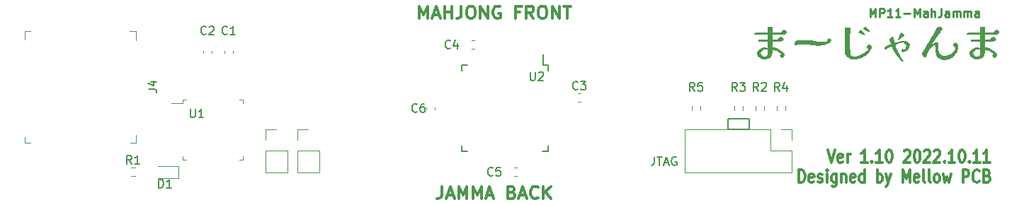
<source format=gbr>
G04 #@! TF.GenerationSoftware,KiCad,Pcbnew,(6.0.6-0)*
G04 #@! TF.CreationDate,2022-10-11T13:41:26+09:00*
G04 #@! TF.ProjectId,MahJamma,4d61684a-616d-46d6-912e-6b696361645f,rev?*
G04 #@! TF.SameCoordinates,Original*
G04 #@! TF.FileFunction,Legend,Top*
G04 #@! TF.FilePolarity,Positive*
%FSLAX46Y46*%
G04 Gerber Fmt 4.6, Leading zero omitted, Abs format (unit mm)*
G04 Created by KiCad (PCBNEW (6.0.6-0)) date 2022-10-11 13:41:26*
%MOMM*%
%LPD*%
G01*
G04 APERTURE LIST*
%ADD10C,0.200000*%
%ADD11C,0.250000*%
%ADD12C,0.300000*%
%ADD13C,0.150000*%
%ADD14C,0.120000*%
%ADD15C,0.100000*%
G04 APERTURE END LIST*
D10*
X179070000Y-71120000D02*
X181610000Y-71120000D01*
X181610000Y-71120000D02*
X181610000Y-72390000D01*
X181610000Y-72390000D02*
X179070000Y-72390000D01*
X179070000Y-72390000D02*
X179070000Y-71120000D01*
D11*
X196065000Y-58872380D02*
X196065000Y-57872380D01*
X196398333Y-58586666D01*
X196731666Y-57872380D01*
X196731666Y-58872380D01*
X197207857Y-58872380D02*
X197207857Y-57872380D01*
X197588809Y-57872380D01*
X197684047Y-57920000D01*
X197731666Y-57967619D01*
X197779285Y-58062857D01*
X197779285Y-58205714D01*
X197731666Y-58300952D01*
X197684047Y-58348571D01*
X197588809Y-58396190D01*
X197207857Y-58396190D01*
X198731666Y-58872380D02*
X198160238Y-58872380D01*
X198445952Y-58872380D02*
X198445952Y-57872380D01*
X198350714Y-58015238D01*
X198255476Y-58110476D01*
X198160238Y-58158095D01*
X199684047Y-58872380D02*
X199112619Y-58872380D01*
X199398333Y-58872380D02*
X199398333Y-57872380D01*
X199303095Y-58015238D01*
X199207857Y-58110476D01*
X199112619Y-58158095D01*
X200112619Y-58491428D02*
X200874523Y-58491428D01*
X201350714Y-58872380D02*
X201350714Y-57872380D01*
X201684047Y-58586666D01*
X202017380Y-57872380D01*
X202017380Y-58872380D01*
X202922142Y-58872380D02*
X202922142Y-58348571D01*
X202874523Y-58253333D01*
X202779285Y-58205714D01*
X202588809Y-58205714D01*
X202493571Y-58253333D01*
X202922142Y-58824761D02*
X202826904Y-58872380D01*
X202588809Y-58872380D01*
X202493571Y-58824761D01*
X202445952Y-58729523D01*
X202445952Y-58634285D01*
X202493571Y-58539047D01*
X202588809Y-58491428D01*
X202826904Y-58491428D01*
X202922142Y-58443809D01*
X203398333Y-58872380D02*
X203398333Y-57872380D01*
X203826904Y-58872380D02*
X203826904Y-58348571D01*
X203779285Y-58253333D01*
X203684047Y-58205714D01*
X203541190Y-58205714D01*
X203445952Y-58253333D01*
X203398333Y-58300952D01*
X204588809Y-57872380D02*
X204588809Y-58586666D01*
X204541190Y-58729523D01*
X204445952Y-58824761D01*
X204303095Y-58872380D01*
X204207857Y-58872380D01*
X205493571Y-58872380D02*
X205493571Y-58348571D01*
X205445952Y-58253333D01*
X205350714Y-58205714D01*
X205160238Y-58205714D01*
X205065000Y-58253333D01*
X205493571Y-58824761D02*
X205398333Y-58872380D01*
X205160238Y-58872380D01*
X205065000Y-58824761D01*
X205017380Y-58729523D01*
X205017380Y-58634285D01*
X205065000Y-58539047D01*
X205160238Y-58491428D01*
X205398333Y-58491428D01*
X205493571Y-58443809D01*
X205969761Y-58872380D02*
X205969761Y-58205714D01*
X205969761Y-58300952D02*
X206017380Y-58253333D01*
X206112619Y-58205714D01*
X206255476Y-58205714D01*
X206350714Y-58253333D01*
X206398333Y-58348571D01*
X206398333Y-58872380D01*
X206398333Y-58348571D02*
X206445952Y-58253333D01*
X206541190Y-58205714D01*
X206684047Y-58205714D01*
X206779285Y-58253333D01*
X206826904Y-58348571D01*
X206826904Y-58872380D01*
X207303095Y-58872380D02*
X207303095Y-58205714D01*
X207303095Y-58300952D02*
X207350714Y-58253333D01*
X207445952Y-58205714D01*
X207588809Y-58205714D01*
X207684047Y-58253333D01*
X207731666Y-58348571D01*
X207731666Y-58872380D01*
X207731666Y-58348571D02*
X207779285Y-58253333D01*
X207874523Y-58205714D01*
X208017380Y-58205714D01*
X208112619Y-58253333D01*
X208160238Y-58348571D01*
X208160238Y-58872380D01*
X209065000Y-58872380D02*
X209065000Y-58348571D01*
X209017380Y-58253333D01*
X208922142Y-58205714D01*
X208731666Y-58205714D01*
X208636428Y-58253333D01*
X209065000Y-58824761D02*
X208969761Y-58872380D01*
X208731666Y-58872380D01*
X208636428Y-58824761D01*
X208588809Y-58729523D01*
X208588809Y-58634285D01*
X208636428Y-58539047D01*
X208731666Y-58491428D01*
X208969761Y-58491428D01*
X209065000Y-58443809D01*
D12*
X144880000Y-79188571D02*
X144880000Y-80260000D01*
X144808571Y-80474285D01*
X144665714Y-80617142D01*
X144451428Y-80688571D01*
X144308571Y-80688571D01*
X145522857Y-80260000D02*
X146237142Y-80260000D01*
X145380000Y-80688571D02*
X145880000Y-79188571D01*
X146380000Y-80688571D01*
X146880000Y-80688571D02*
X146880000Y-79188571D01*
X147380000Y-80260000D01*
X147880000Y-79188571D01*
X147880000Y-80688571D01*
X148594285Y-80688571D02*
X148594285Y-79188571D01*
X149094285Y-80260000D01*
X149594285Y-79188571D01*
X149594285Y-80688571D01*
X150237142Y-80260000D02*
X150951428Y-80260000D01*
X150094285Y-80688571D02*
X150594285Y-79188571D01*
X151094285Y-80688571D01*
X153237142Y-79902857D02*
X153451428Y-79974285D01*
X153522857Y-80045714D01*
X153594285Y-80188571D01*
X153594285Y-80402857D01*
X153522857Y-80545714D01*
X153451428Y-80617142D01*
X153308571Y-80688571D01*
X152737142Y-80688571D01*
X152737142Y-79188571D01*
X153237142Y-79188571D01*
X153380000Y-79260000D01*
X153451428Y-79331428D01*
X153522857Y-79474285D01*
X153522857Y-79617142D01*
X153451428Y-79760000D01*
X153380000Y-79831428D01*
X153237142Y-79902857D01*
X152737142Y-79902857D01*
X154165714Y-80260000D02*
X154880000Y-80260000D01*
X154022857Y-80688571D02*
X154522857Y-79188571D01*
X155022857Y-80688571D01*
X156380000Y-80545714D02*
X156308571Y-80617142D01*
X156094285Y-80688571D01*
X155951428Y-80688571D01*
X155737142Y-80617142D01*
X155594285Y-80474285D01*
X155522857Y-80331428D01*
X155451428Y-80045714D01*
X155451428Y-79831428D01*
X155522857Y-79545714D01*
X155594285Y-79402857D01*
X155737142Y-79260000D01*
X155951428Y-79188571D01*
X156094285Y-79188571D01*
X156308571Y-79260000D01*
X156380000Y-79331428D01*
X157022857Y-80688571D02*
X157022857Y-79188571D01*
X157880000Y-80688571D02*
X157237142Y-79831428D01*
X157880000Y-79188571D02*
X157022857Y-80045714D01*
X191041666Y-74806071D02*
X191458333Y-76306071D01*
X191875000Y-74806071D01*
X192767857Y-76234642D02*
X192648809Y-76306071D01*
X192410714Y-76306071D01*
X192291666Y-76234642D01*
X192232142Y-76091785D01*
X192232142Y-75520357D01*
X192291666Y-75377500D01*
X192410714Y-75306071D01*
X192648809Y-75306071D01*
X192767857Y-75377500D01*
X192827380Y-75520357D01*
X192827380Y-75663214D01*
X192232142Y-75806071D01*
X193363095Y-76306071D02*
X193363095Y-75306071D01*
X193363095Y-75591785D02*
X193422619Y-75448928D01*
X193482142Y-75377500D01*
X193601190Y-75306071D01*
X193720238Y-75306071D01*
X195744047Y-76306071D02*
X195029761Y-76306071D01*
X195386904Y-76306071D02*
X195386904Y-74806071D01*
X195267857Y-75020357D01*
X195148809Y-75163214D01*
X195029761Y-75234642D01*
X196279761Y-76163214D02*
X196339285Y-76234642D01*
X196279761Y-76306071D01*
X196220238Y-76234642D01*
X196279761Y-76163214D01*
X196279761Y-76306071D01*
X197529761Y-76306071D02*
X196815476Y-76306071D01*
X197172619Y-76306071D02*
X197172619Y-74806071D01*
X197053571Y-75020357D01*
X196934523Y-75163214D01*
X196815476Y-75234642D01*
X198303571Y-74806071D02*
X198422619Y-74806071D01*
X198541666Y-74877500D01*
X198601190Y-74948928D01*
X198660714Y-75091785D01*
X198720238Y-75377500D01*
X198720238Y-75734642D01*
X198660714Y-76020357D01*
X198601190Y-76163214D01*
X198541666Y-76234642D01*
X198422619Y-76306071D01*
X198303571Y-76306071D01*
X198184523Y-76234642D01*
X198125000Y-76163214D01*
X198065476Y-76020357D01*
X198005952Y-75734642D01*
X198005952Y-75377500D01*
X198065476Y-75091785D01*
X198125000Y-74948928D01*
X198184523Y-74877500D01*
X198303571Y-74806071D01*
X200148809Y-74948928D02*
X200208333Y-74877500D01*
X200327380Y-74806071D01*
X200625000Y-74806071D01*
X200744047Y-74877500D01*
X200803571Y-74948928D01*
X200863095Y-75091785D01*
X200863095Y-75234642D01*
X200803571Y-75448928D01*
X200089285Y-76306071D01*
X200863095Y-76306071D01*
X201636904Y-74806071D02*
X201755952Y-74806071D01*
X201875000Y-74877500D01*
X201934523Y-74948928D01*
X201994047Y-75091785D01*
X202053571Y-75377500D01*
X202053571Y-75734642D01*
X201994047Y-76020357D01*
X201934523Y-76163214D01*
X201875000Y-76234642D01*
X201755952Y-76306071D01*
X201636904Y-76306071D01*
X201517857Y-76234642D01*
X201458333Y-76163214D01*
X201398809Y-76020357D01*
X201339285Y-75734642D01*
X201339285Y-75377500D01*
X201398809Y-75091785D01*
X201458333Y-74948928D01*
X201517857Y-74877500D01*
X201636904Y-74806071D01*
X202529761Y-74948928D02*
X202589285Y-74877500D01*
X202708333Y-74806071D01*
X203005952Y-74806071D01*
X203125000Y-74877500D01*
X203184523Y-74948928D01*
X203244047Y-75091785D01*
X203244047Y-75234642D01*
X203184523Y-75448928D01*
X202470238Y-76306071D01*
X203244047Y-76306071D01*
X203720238Y-74948928D02*
X203779761Y-74877500D01*
X203898809Y-74806071D01*
X204196428Y-74806071D01*
X204315476Y-74877500D01*
X204375000Y-74948928D01*
X204434523Y-75091785D01*
X204434523Y-75234642D01*
X204375000Y-75448928D01*
X203660714Y-76306071D01*
X204434523Y-76306071D01*
X204970238Y-76163214D02*
X205029761Y-76234642D01*
X204970238Y-76306071D01*
X204910714Y-76234642D01*
X204970238Y-76163214D01*
X204970238Y-76306071D01*
X206220238Y-76306071D02*
X205505952Y-76306071D01*
X205863095Y-76306071D02*
X205863095Y-74806071D01*
X205744047Y-75020357D01*
X205625000Y-75163214D01*
X205505952Y-75234642D01*
X206994047Y-74806071D02*
X207113095Y-74806071D01*
X207232142Y-74877500D01*
X207291666Y-74948928D01*
X207351190Y-75091785D01*
X207410714Y-75377500D01*
X207410714Y-75734642D01*
X207351190Y-76020357D01*
X207291666Y-76163214D01*
X207232142Y-76234642D01*
X207113095Y-76306071D01*
X206994047Y-76306071D01*
X206875000Y-76234642D01*
X206815476Y-76163214D01*
X206755952Y-76020357D01*
X206696428Y-75734642D01*
X206696428Y-75377500D01*
X206755952Y-75091785D01*
X206815476Y-74948928D01*
X206875000Y-74877500D01*
X206994047Y-74806071D01*
X207946428Y-76163214D02*
X208005952Y-76234642D01*
X207946428Y-76306071D01*
X207886904Y-76234642D01*
X207946428Y-76163214D01*
X207946428Y-76306071D01*
X209196428Y-76306071D02*
X208482142Y-76306071D01*
X208839285Y-76306071D02*
X208839285Y-74806071D01*
X208720238Y-75020357D01*
X208601190Y-75163214D01*
X208482142Y-75234642D01*
X210386904Y-76306071D02*
X209672619Y-76306071D01*
X210029761Y-76306071D02*
X210029761Y-74806071D01*
X209910714Y-75020357D01*
X209791666Y-75163214D01*
X209672619Y-75234642D01*
X187589285Y-78721071D02*
X187589285Y-77221071D01*
X187886904Y-77221071D01*
X188065476Y-77292500D01*
X188184523Y-77435357D01*
X188244047Y-77578214D01*
X188303571Y-77863928D01*
X188303571Y-78078214D01*
X188244047Y-78363928D01*
X188184523Y-78506785D01*
X188065476Y-78649642D01*
X187886904Y-78721071D01*
X187589285Y-78721071D01*
X189315476Y-78649642D02*
X189196428Y-78721071D01*
X188958333Y-78721071D01*
X188839285Y-78649642D01*
X188779761Y-78506785D01*
X188779761Y-77935357D01*
X188839285Y-77792500D01*
X188958333Y-77721071D01*
X189196428Y-77721071D01*
X189315476Y-77792500D01*
X189375000Y-77935357D01*
X189375000Y-78078214D01*
X188779761Y-78221071D01*
X189851190Y-78649642D02*
X189970238Y-78721071D01*
X190208333Y-78721071D01*
X190327380Y-78649642D01*
X190386904Y-78506785D01*
X190386904Y-78435357D01*
X190327380Y-78292500D01*
X190208333Y-78221071D01*
X190029761Y-78221071D01*
X189910714Y-78149642D01*
X189851190Y-78006785D01*
X189851190Y-77935357D01*
X189910714Y-77792500D01*
X190029761Y-77721071D01*
X190208333Y-77721071D01*
X190327380Y-77792500D01*
X190922619Y-78721071D02*
X190922619Y-77721071D01*
X190922619Y-77221071D02*
X190863095Y-77292500D01*
X190922619Y-77363928D01*
X190982142Y-77292500D01*
X190922619Y-77221071D01*
X190922619Y-77363928D01*
X192053571Y-77721071D02*
X192053571Y-78935357D01*
X191994047Y-79078214D01*
X191934523Y-79149642D01*
X191815476Y-79221071D01*
X191636904Y-79221071D01*
X191517857Y-79149642D01*
X192053571Y-78649642D02*
X191934523Y-78721071D01*
X191696428Y-78721071D01*
X191577380Y-78649642D01*
X191517857Y-78578214D01*
X191458333Y-78435357D01*
X191458333Y-78006785D01*
X191517857Y-77863928D01*
X191577380Y-77792500D01*
X191696428Y-77721071D01*
X191934523Y-77721071D01*
X192053571Y-77792500D01*
X192648809Y-77721071D02*
X192648809Y-78721071D01*
X192648809Y-77863928D02*
X192708333Y-77792500D01*
X192827380Y-77721071D01*
X193005952Y-77721071D01*
X193125000Y-77792500D01*
X193184523Y-77935357D01*
X193184523Y-78721071D01*
X194255952Y-78649642D02*
X194136904Y-78721071D01*
X193898809Y-78721071D01*
X193779761Y-78649642D01*
X193720238Y-78506785D01*
X193720238Y-77935357D01*
X193779761Y-77792500D01*
X193898809Y-77721071D01*
X194136904Y-77721071D01*
X194255952Y-77792500D01*
X194315476Y-77935357D01*
X194315476Y-78078214D01*
X193720238Y-78221071D01*
X195386904Y-78721071D02*
X195386904Y-77221071D01*
X195386904Y-78649642D02*
X195267857Y-78721071D01*
X195029761Y-78721071D01*
X194910714Y-78649642D01*
X194851190Y-78578214D01*
X194791666Y-78435357D01*
X194791666Y-78006785D01*
X194851190Y-77863928D01*
X194910714Y-77792500D01*
X195029761Y-77721071D01*
X195267857Y-77721071D01*
X195386904Y-77792500D01*
X196934523Y-78721071D02*
X196934523Y-77221071D01*
X196934523Y-77792500D02*
X197053571Y-77721071D01*
X197291666Y-77721071D01*
X197410714Y-77792500D01*
X197470238Y-77863928D01*
X197529761Y-78006785D01*
X197529761Y-78435357D01*
X197470238Y-78578214D01*
X197410714Y-78649642D01*
X197291666Y-78721071D01*
X197053571Y-78721071D01*
X196934523Y-78649642D01*
X197946428Y-77721071D02*
X198244047Y-78721071D01*
X198541666Y-77721071D02*
X198244047Y-78721071D01*
X198125000Y-79078214D01*
X198065476Y-79149642D01*
X197946428Y-79221071D01*
X199970238Y-78721071D02*
X199970238Y-77221071D01*
X200386904Y-78292500D01*
X200803571Y-77221071D01*
X200803571Y-78721071D01*
X201875000Y-78649642D02*
X201755952Y-78721071D01*
X201517857Y-78721071D01*
X201398809Y-78649642D01*
X201339285Y-78506785D01*
X201339285Y-77935357D01*
X201398809Y-77792500D01*
X201517857Y-77721071D01*
X201755952Y-77721071D01*
X201875000Y-77792500D01*
X201934523Y-77935357D01*
X201934523Y-78078214D01*
X201339285Y-78221071D01*
X202648809Y-78721071D02*
X202529761Y-78649642D01*
X202470238Y-78506785D01*
X202470238Y-77221071D01*
X203303571Y-78721071D02*
X203184523Y-78649642D01*
X203125000Y-78506785D01*
X203125000Y-77221071D01*
X203958333Y-78721071D02*
X203839285Y-78649642D01*
X203779761Y-78578214D01*
X203720238Y-78435357D01*
X203720238Y-78006785D01*
X203779761Y-77863928D01*
X203839285Y-77792500D01*
X203958333Y-77721071D01*
X204136904Y-77721071D01*
X204255952Y-77792500D01*
X204315476Y-77863928D01*
X204375000Y-78006785D01*
X204375000Y-78435357D01*
X204315476Y-78578214D01*
X204255952Y-78649642D01*
X204136904Y-78721071D01*
X203958333Y-78721071D01*
X204791666Y-77721071D02*
X205029761Y-78721071D01*
X205267857Y-78006785D01*
X205505952Y-78721071D01*
X205744047Y-77721071D01*
X207172619Y-78721071D02*
X207172619Y-77221071D01*
X207648809Y-77221071D01*
X207767857Y-77292500D01*
X207827380Y-77363928D01*
X207886904Y-77506785D01*
X207886904Y-77721071D01*
X207827380Y-77863928D01*
X207767857Y-77935357D01*
X207648809Y-78006785D01*
X207172619Y-78006785D01*
X209136904Y-78578214D02*
X209077380Y-78649642D01*
X208898809Y-78721071D01*
X208779761Y-78721071D01*
X208601190Y-78649642D01*
X208482142Y-78506785D01*
X208422619Y-78363928D01*
X208363095Y-78078214D01*
X208363095Y-77863928D01*
X208422619Y-77578214D01*
X208482142Y-77435357D01*
X208601190Y-77292500D01*
X208779761Y-77221071D01*
X208898809Y-77221071D01*
X209077380Y-77292500D01*
X209136904Y-77363928D01*
X210089285Y-77935357D02*
X210267857Y-78006785D01*
X210327380Y-78078214D01*
X210386904Y-78221071D01*
X210386904Y-78435357D01*
X210327380Y-78578214D01*
X210267857Y-78649642D01*
X210148809Y-78721071D01*
X209672619Y-78721071D01*
X209672619Y-77221071D01*
X210089285Y-77221071D01*
X210208333Y-77292500D01*
X210267857Y-77363928D01*
X210327380Y-77506785D01*
X210327380Y-77649642D01*
X210267857Y-77792500D01*
X210208333Y-77863928D01*
X210089285Y-77935357D01*
X209672619Y-77935357D01*
X142201428Y-59098571D02*
X142201428Y-57598571D01*
X142701428Y-58670000D01*
X143201428Y-57598571D01*
X143201428Y-59098571D01*
X143844285Y-58670000D02*
X144558571Y-58670000D01*
X143701428Y-59098571D02*
X144201428Y-57598571D01*
X144701428Y-59098571D01*
X145201428Y-59098571D02*
X145201428Y-57598571D01*
X145201428Y-58312857D02*
X146058571Y-58312857D01*
X146058571Y-59098571D02*
X146058571Y-57598571D01*
X147201428Y-57598571D02*
X147201428Y-58670000D01*
X147130000Y-58884285D01*
X146987142Y-59027142D01*
X146772857Y-59098571D01*
X146630000Y-59098571D01*
X148201428Y-57598571D02*
X148487142Y-57598571D01*
X148630000Y-57670000D01*
X148772857Y-57812857D01*
X148844285Y-58098571D01*
X148844285Y-58598571D01*
X148772857Y-58884285D01*
X148630000Y-59027142D01*
X148487142Y-59098571D01*
X148201428Y-59098571D01*
X148058571Y-59027142D01*
X147915714Y-58884285D01*
X147844285Y-58598571D01*
X147844285Y-58098571D01*
X147915714Y-57812857D01*
X148058571Y-57670000D01*
X148201428Y-57598571D01*
X149487142Y-59098571D02*
X149487142Y-57598571D01*
X150344285Y-59098571D01*
X150344285Y-57598571D01*
X151844285Y-57670000D02*
X151701428Y-57598571D01*
X151487142Y-57598571D01*
X151272857Y-57670000D01*
X151130000Y-57812857D01*
X151058571Y-57955714D01*
X150987142Y-58241428D01*
X150987142Y-58455714D01*
X151058571Y-58741428D01*
X151130000Y-58884285D01*
X151272857Y-59027142D01*
X151487142Y-59098571D01*
X151630000Y-59098571D01*
X151844285Y-59027142D01*
X151915714Y-58955714D01*
X151915714Y-58455714D01*
X151630000Y-58455714D01*
X154201428Y-58312857D02*
X153701428Y-58312857D01*
X153701428Y-59098571D02*
X153701428Y-57598571D01*
X154415714Y-57598571D01*
X155844285Y-59098571D02*
X155344285Y-58384285D01*
X154987142Y-59098571D02*
X154987142Y-57598571D01*
X155558571Y-57598571D01*
X155701428Y-57670000D01*
X155772857Y-57741428D01*
X155844285Y-57884285D01*
X155844285Y-58098571D01*
X155772857Y-58241428D01*
X155701428Y-58312857D01*
X155558571Y-58384285D01*
X154987142Y-58384285D01*
X156772857Y-57598571D02*
X157058571Y-57598571D01*
X157201428Y-57670000D01*
X157344285Y-57812857D01*
X157415714Y-58098571D01*
X157415714Y-58598571D01*
X157344285Y-58884285D01*
X157201428Y-59027142D01*
X157058571Y-59098571D01*
X156772857Y-59098571D01*
X156630000Y-59027142D01*
X156487142Y-58884285D01*
X156415714Y-58598571D01*
X156415714Y-58098571D01*
X156487142Y-57812857D01*
X156630000Y-57670000D01*
X156772857Y-57598571D01*
X158058571Y-59098571D02*
X158058571Y-57598571D01*
X158915714Y-59098571D01*
X158915714Y-57598571D01*
X159415714Y-57598571D02*
X160272857Y-57598571D01*
X159844285Y-59098571D02*
X159844285Y-57598571D01*
D13*
X170283333Y-75652380D02*
X170283333Y-76366666D01*
X170235714Y-76509523D01*
X170140476Y-76604761D01*
X169997619Y-76652380D01*
X169902380Y-76652380D01*
X170616666Y-75652380D02*
X171188095Y-75652380D01*
X170902380Y-76652380D02*
X170902380Y-75652380D01*
X171473809Y-76366666D02*
X171950000Y-76366666D01*
X171378571Y-76652380D02*
X171711904Y-75652380D01*
X172045238Y-76652380D01*
X172902380Y-75700000D02*
X172807142Y-75652380D01*
X172664285Y-75652380D01*
X172521428Y-75700000D01*
X172426190Y-75795238D01*
X172378571Y-75890476D01*
X172330952Y-76080952D01*
X172330952Y-76223809D01*
X172378571Y-76414285D01*
X172426190Y-76509523D01*
X172521428Y-76604761D01*
X172664285Y-76652380D01*
X172759523Y-76652380D01*
X172902380Y-76604761D01*
X172950000Y-76557142D01*
X172950000Y-76223809D01*
X172759523Y-76223809D01*
X155448095Y-65492380D02*
X155448095Y-66301904D01*
X155495714Y-66397142D01*
X155543333Y-66444761D01*
X155638571Y-66492380D01*
X155829047Y-66492380D01*
X155924285Y-66444761D01*
X155971904Y-66397142D01*
X156019523Y-66301904D01*
X156019523Y-65492380D01*
X156448095Y-65587619D02*
X156495714Y-65540000D01*
X156590952Y-65492380D01*
X156829047Y-65492380D01*
X156924285Y-65540000D01*
X156971904Y-65587619D01*
X157019523Y-65682857D01*
X157019523Y-65778095D01*
X156971904Y-65920952D01*
X156400476Y-66492380D01*
X157019523Y-66492380D01*
X141913333Y-70207142D02*
X141865714Y-70254761D01*
X141722857Y-70302380D01*
X141627619Y-70302380D01*
X141484761Y-70254761D01*
X141389523Y-70159523D01*
X141341904Y-70064285D01*
X141294285Y-69873809D01*
X141294285Y-69730952D01*
X141341904Y-69540476D01*
X141389523Y-69445238D01*
X141484761Y-69350000D01*
X141627619Y-69302380D01*
X141722857Y-69302380D01*
X141865714Y-69350000D01*
X141913333Y-69397619D01*
X142770476Y-69302380D02*
X142580000Y-69302380D01*
X142484761Y-69350000D01*
X142437142Y-69397619D01*
X142341904Y-69540476D01*
X142294285Y-69730952D01*
X142294285Y-70111904D01*
X142341904Y-70207142D01*
X142389523Y-70254761D01*
X142484761Y-70302380D01*
X142675238Y-70302380D01*
X142770476Y-70254761D01*
X142818095Y-70207142D01*
X142865714Y-70111904D01*
X142865714Y-69873809D01*
X142818095Y-69778571D01*
X142770476Y-69730952D01*
X142675238Y-69683333D01*
X142484761Y-69683333D01*
X142389523Y-69730952D01*
X142341904Y-69778571D01*
X142294285Y-69873809D01*
X180173333Y-67762380D02*
X179840000Y-67286190D01*
X179601904Y-67762380D02*
X179601904Y-66762380D01*
X179982857Y-66762380D01*
X180078095Y-66810000D01*
X180125714Y-66857619D01*
X180173333Y-66952857D01*
X180173333Y-67095714D01*
X180125714Y-67190952D01*
X180078095Y-67238571D01*
X179982857Y-67286190D01*
X179601904Y-67286190D01*
X180506666Y-66762380D02*
X181125714Y-66762380D01*
X180792380Y-67143333D01*
X180935238Y-67143333D01*
X181030476Y-67190952D01*
X181078095Y-67238571D01*
X181125714Y-67333809D01*
X181125714Y-67571904D01*
X181078095Y-67667142D01*
X181030476Y-67714761D01*
X180935238Y-67762380D01*
X180649523Y-67762380D01*
X180554285Y-67714761D01*
X180506666Y-67667142D01*
X182713333Y-67762380D02*
X182380000Y-67286190D01*
X182141904Y-67762380D02*
X182141904Y-66762380D01*
X182522857Y-66762380D01*
X182618095Y-66810000D01*
X182665714Y-66857619D01*
X182713333Y-66952857D01*
X182713333Y-67095714D01*
X182665714Y-67190952D01*
X182618095Y-67238571D01*
X182522857Y-67286190D01*
X182141904Y-67286190D01*
X183094285Y-66857619D02*
X183141904Y-66810000D01*
X183237142Y-66762380D01*
X183475238Y-66762380D01*
X183570476Y-66810000D01*
X183618095Y-66857619D01*
X183665714Y-66952857D01*
X183665714Y-67048095D01*
X183618095Y-67190952D01*
X183046666Y-67762380D01*
X183665714Y-67762380D01*
X161123333Y-67507142D02*
X161075714Y-67554761D01*
X160932857Y-67602380D01*
X160837619Y-67602380D01*
X160694761Y-67554761D01*
X160599523Y-67459523D01*
X160551904Y-67364285D01*
X160504285Y-67173809D01*
X160504285Y-67030952D01*
X160551904Y-66840476D01*
X160599523Y-66745238D01*
X160694761Y-66650000D01*
X160837619Y-66602380D01*
X160932857Y-66602380D01*
X161075714Y-66650000D01*
X161123333Y-66697619D01*
X161456666Y-66602380D02*
X162075714Y-66602380D01*
X161742380Y-66983333D01*
X161885238Y-66983333D01*
X161980476Y-67030952D01*
X162028095Y-67078571D01*
X162075714Y-67173809D01*
X162075714Y-67411904D01*
X162028095Y-67507142D01*
X161980476Y-67554761D01*
X161885238Y-67602380D01*
X161599523Y-67602380D01*
X161504285Y-67554761D01*
X161456666Y-67507142D01*
X185253333Y-67762380D02*
X184920000Y-67286190D01*
X184681904Y-67762380D02*
X184681904Y-66762380D01*
X185062857Y-66762380D01*
X185158095Y-66810000D01*
X185205714Y-66857619D01*
X185253333Y-66952857D01*
X185253333Y-67095714D01*
X185205714Y-67190952D01*
X185158095Y-67238571D01*
X185062857Y-67286190D01*
X184681904Y-67286190D01*
X186110476Y-67095714D02*
X186110476Y-67762380D01*
X185872380Y-66714761D02*
X185634285Y-67429047D01*
X186253333Y-67429047D01*
X175093333Y-67762380D02*
X174760000Y-67286190D01*
X174521904Y-67762380D02*
X174521904Y-66762380D01*
X174902857Y-66762380D01*
X174998095Y-66810000D01*
X175045714Y-66857619D01*
X175093333Y-66952857D01*
X175093333Y-67095714D01*
X175045714Y-67190952D01*
X174998095Y-67238571D01*
X174902857Y-67286190D01*
X174521904Y-67286190D01*
X175998095Y-66762380D02*
X175521904Y-66762380D01*
X175474285Y-67238571D01*
X175521904Y-67190952D01*
X175617142Y-67143333D01*
X175855238Y-67143333D01*
X175950476Y-67190952D01*
X175998095Y-67238571D01*
X176045714Y-67333809D01*
X176045714Y-67571904D01*
X175998095Y-67667142D01*
X175950476Y-67714761D01*
X175855238Y-67762380D01*
X175617142Y-67762380D01*
X175521904Y-67714761D01*
X175474285Y-67667142D01*
X111021904Y-79352380D02*
X111021904Y-78352380D01*
X111260000Y-78352380D01*
X111402857Y-78400000D01*
X111498095Y-78495238D01*
X111545714Y-78590476D01*
X111593333Y-78780952D01*
X111593333Y-78923809D01*
X111545714Y-79114285D01*
X111498095Y-79209523D01*
X111402857Y-79304761D01*
X111260000Y-79352380D01*
X111021904Y-79352380D01*
X112545714Y-79352380D02*
X111974285Y-79352380D01*
X112260000Y-79352380D02*
X112260000Y-78352380D01*
X112164761Y-78495238D01*
X112069523Y-78590476D01*
X111974285Y-78638095D01*
X145883333Y-62587142D02*
X145835714Y-62634761D01*
X145692857Y-62682380D01*
X145597619Y-62682380D01*
X145454761Y-62634761D01*
X145359523Y-62539523D01*
X145311904Y-62444285D01*
X145264285Y-62253809D01*
X145264285Y-62110952D01*
X145311904Y-61920476D01*
X145359523Y-61825238D01*
X145454761Y-61730000D01*
X145597619Y-61682380D01*
X145692857Y-61682380D01*
X145835714Y-61730000D01*
X145883333Y-61777619D01*
X146740476Y-62015714D02*
X146740476Y-62682380D01*
X146502380Y-61634761D02*
X146264285Y-62349047D01*
X146883333Y-62349047D01*
X109787380Y-67568333D02*
X110501666Y-67568333D01*
X110644523Y-67615952D01*
X110739761Y-67711190D01*
X110787380Y-67854047D01*
X110787380Y-67949285D01*
X110120714Y-66663571D02*
X110787380Y-66663571D01*
X109739761Y-66901666D02*
X110454047Y-67139761D01*
X110454047Y-66520714D01*
X150963333Y-77827142D02*
X150915714Y-77874761D01*
X150772857Y-77922380D01*
X150677619Y-77922380D01*
X150534761Y-77874761D01*
X150439523Y-77779523D01*
X150391904Y-77684285D01*
X150344285Y-77493809D01*
X150344285Y-77350952D01*
X150391904Y-77160476D01*
X150439523Y-77065238D01*
X150534761Y-76970000D01*
X150677619Y-76922380D01*
X150772857Y-76922380D01*
X150915714Y-76970000D01*
X150963333Y-77017619D01*
X151868095Y-76922380D02*
X151391904Y-76922380D01*
X151344285Y-77398571D01*
X151391904Y-77350952D01*
X151487142Y-77303333D01*
X151725238Y-77303333D01*
X151820476Y-77350952D01*
X151868095Y-77398571D01*
X151915714Y-77493809D01*
X151915714Y-77731904D01*
X151868095Y-77827142D01*
X151820476Y-77874761D01*
X151725238Y-77922380D01*
X151487142Y-77922380D01*
X151391904Y-77874761D01*
X151344285Y-77827142D01*
X107783333Y-76492380D02*
X107450000Y-76016190D01*
X107211904Y-76492380D02*
X107211904Y-75492380D01*
X107592857Y-75492380D01*
X107688095Y-75540000D01*
X107735714Y-75587619D01*
X107783333Y-75682857D01*
X107783333Y-75825714D01*
X107735714Y-75920952D01*
X107688095Y-75968571D01*
X107592857Y-76016190D01*
X107211904Y-76016190D01*
X108735714Y-76492380D02*
X108164285Y-76492380D01*
X108450000Y-76492380D02*
X108450000Y-75492380D01*
X108354761Y-75635238D01*
X108259523Y-75730476D01*
X108164285Y-75778095D01*
X119213333Y-60909642D02*
X119165714Y-60957261D01*
X119022857Y-61004880D01*
X118927619Y-61004880D01*
X118784761Y-60957261D01*
X118689523Y-60862023D01*
X118641904Y-60766785D01*
X118594285Y-60576309D01*
X118594285Y-60433452D01*
X118641904Y-60242976D01*
X118689523Y-60147738D01*
X118784761Y-60052500D01*
X118927619Y-60004880D01*
X119022857Y-60004880D01*
X119165714Y-60052500D01*
X119213333Y-60100119D01*
X120165714Y-61004880D02*
X119594285Y-61004880D01*
X119880000Y-61004880D02*
X119880000Y-60004880D01*
X119784761Y-60147738D01*
X119689523Y-60242976D01*
X119594285Y-60290595D01*
X116673333Y-60909642D02*
X116625714Y-60957261D01*
X116482857Y-61004880D01*
X116387619Y-61004880D01*
X116244761Y-60957261D01*
X116149523Y-60862023D01*
X116101904Y-60766785D01*
X116054285Y-60576309D01*
X116054285Y-60433452D01*
X116101904Y-60242976D01*
X116149523Y-60147738D01*
X116244761Y-60052500D01*
X116387619Y-60004880D01*
X116482857Y-60004880D01*
X116625714Y-60052500D01*
X116673333Y-60100119D01*
X117054285Y-60100119D02*
X117101904Y-60052500D01*
X117197142Y-60004880D01*
X117435238Y-60004880D01*
X117530476Y-60052500D01*
X117578095Y-60100119D01*
X117625714Y-60195357D01*
X117625714Y-60290595D01*
X117578095Y-60433452D01*
X117006666Y-61004880D01*
X117625714Y-61004880D01*
X114808095Y-69937380D02*
X114808095Y-70746904D01*
X114855714Y-70842142D01*
X114903333Y-70889761D01*
X114998571Y-70937380D01*
X115189047Y-70937380D01*
X115284285Y-70889761D01*
X115331904Y-70842142D01*
X115379523Y-70746904D01*
X115379523Y-69937380D01*
X116379523Y-70937380D02*
X115808095Y-70937380D01*
X116093809Y-70937380D02*
X116093809Y-69937380D01*
X115998571Y-70080238D01*
X115903333Y-70175476D01*
X115808095Y-70223095D01*
G36*
X198846053Y-61301083D02*
G01*
X198888463Y-61390477D01*
X198915493Y-61552744D01*
X198953390Y-61768650D01*
X199005070Y-61892903D01*
X199097233Y-61938613D01*
X199256578Y-61918885D01*
X199509804Y-61846828D01*
X199512718Y-61845943D01*
X199951299Y-61746777D01*
X200304827Y-61741635D01*
X200573654Y-61830544D01*
X200705529Y-61941544D01*
X200806419Y-62107506D01*
X200850206Y-62276029D01*
X200850262Y-62281165D01*
X200793063Y-62525528D01*
X200643072Y-62762521D01*
X200431712Y-62960598D01*
X200190406Y-63088216D01*
X200015918Y-63118762D01*
X199864287Y-63076040D01*
X199798458Y-62971442D01*
X199835957Y-62841124D01*
X199864943Y-62807342D01*
X199962780Y-62743360D01*
X200072124Y-62776902D01*
X200091917Y-62788897D01*
X200179341Y-62828458D01*
X200240157Y-62793867D01*
X200305991Y-62663681D01*
X200317761Y-62635762D01*
X200381855Y-62377326D01*
X200340629Y-62173031D01*
X200196808Y-62034592D01*
X200175644Y-62024252D01*
X200055674Y-61989027D01*
X199905607Y-61992101D01*
X199687348Y-62035821D01*
X199591050Y-62060307D01*
X199372734Y-62122189D01*
X199205302Y-62178219D01*
X199125001Y-62216268D01*
X199124999Y-62216270D01*
X199124387Y-62297366D01*
X199173138Y-62465252D01*
X199260294Y-62694955D01*
X199374898Y-62961505D01*
X199505996Y-63239929D01*
X199642629Y-63505254D01*
X199773843Y-63732509D01*
X199824157Y-63809801D01*
X199970887Y-64027228D01*
X200052374Y-64160714D01*
X200075708Y-64230706D01*
X200047979Y-64257651D01*
X199980968Y-64262000D01*
X199886932Y-64218683D01*
X199737998Y-64104351D01*
X199564178Y-63942429D01*
X199540319Y-63918074D01*
X199219396Y-63512790D01*
X198933475Y-62999420D01*
X198812792Y-62757212D01*
X198706874Y-62564967D01*
X198629907Y-62447355D01*
X198601809Y-62422596D01*
X198520772Y-62453464D01*
X198370648Y-62535540D01*
X198228593Y-62622811D01*
X198051037Y-62733243D01*
X197946853Y-62780089D01*
X197883571Y-62769945D01*
X197828718Y-62709410D01*
X197825303Y-62704753D01*
X197765412Y-62597095D01*
X197778239Y-62511739D01*
X197878729Y-62430659D01*
X198081827Y-62335829D01*
X198156353Y-62305466D01*
X198352220Y-62225910D01*
X198493012Y-62166786D01*
X198545764Y-62142220D01*
X198534677Y-62081023D01*
X198491336Y-61942119D01*
X198469176Y-61878319D01*
X198398511Y-61651016D01*
X198389975Y-61507837D01*
X198450211Y-61418670D01*
X198584883Y-61353756D01*
X198756973Y-61296134D01*
X198846053Y-61301083D01*
G37*
G36*
X204222202Y-60050207D02*
G01*
X204380717Y-60083720D01*
X204491321Y-60114092D01*
X204690467Y-60189265D01*
X204767635Y-60261858D01*
X204765614Y-60290442D01*
X204717643Y-60369263D01*
X204607382Y-60529387D01*
X204449063Y-60750764D01*
X204256918Y-61013338D01*
X204157528Y-61147214D01*
X203951115Y-61426162D01*
X203768523Y-61677020D01*
X203624994Y-61878539D01*
X203535768Y-62009469D01*
X203517358Y-62039763D01*
X203484441Y-62110168D01*
X203504627Y-62127898D01*
X203601096Y-62092768D01*
X203723121Y-62038127D01*
X203920859Y-61962451D01*
X204095894Y-61918361D01*
X204143234Y-61913894D01*
X204217750Y-61918315D01*
X204259475Y-61950716D01*
X204274174Y-62037205D01*
X204267610Y-62203891D01*
X204251585Y-62404625D01*
X204243933Y-62782954D01*
X204298818Y-63066852D01*
X204424589Y-63276750D01*
X204629597Y-63433075D01*
X204683324Y-63460924D01*
X204848050Y-63529529D01*
X204993855Y-63548790D01*
X205180798Y-63523385D01*
X205261850Y-63505975D01*
X205670135Y-63354701D01*
X206008168Y-63097913D01*
X206157987Y-62921400D01*
X206274640Y-62741306D01*
X206299931Y-62622816D01*
X206233530Y-62538978D01*
X206152750Y-62495554D01*
X206022649Y-62388262D01*
X205990547Y-62254278D01*
X206040731Y-62123468D01*
X206157489Y-62025699D01*
X206325110Y-61990838D01*
X206411697Y-62003317D01*
X206551914Y-62099005D01*
X206617903Y-62294486D01*
X206608368Y-62585578D01*
X206603204Y-62619825D01*
X206483357Y-63010030D01*
X206265198Y-63383277D01*
X205975463Y-63702551D01*
X205665197Y-63918594D01*
X205404240Y-64007606D01*
X205092041Y-64048414D01*
X204783702Y-64038271D01*
X204535389Y-63974913D01*
X204251740Y-63814126D01*
X204057498Y-63616995D01*
X203940641Y-63360947D01*
X203889144Y-63023413D01*
X203884940Y-62753875D01*
X203886569Y-62492683D01*
X203876162Y-62334326D01*
X203849465Y-62254878D01*
X203802224Y-62230412D01*
X203791805Y-62230000D01*
X203667690Y-62283817D01*
X203506083Y-62431356D01*
X203324242Y-62651747D01*
X203139428Y-62924119D01*
X202972225Y-63221033D01*
X202856313Y-63442648D01*
X202758732Y-63616916D01*
X202695622Y-63715445D01*
X202684792Y-63726704D01*
X202573205Y-63729235D01*
X202444461Y-63639982D01*
X202340401Y-63495458D01*
X202274208Y-63352917D01*
X202260779Y-63244932D01*
X202309922Y-63132870D01*
X202431447Y-62978100D01*
X202488649Y-62911598D01*
X202589465Y-62773558D01*
X202736351Y-62543524D01*
X202916968Y-62242275D01*
X203118976Y-61890589D01*
X203330037Y-61509242D01*
X203414477Y-61352594D01*
X203612142Y-60985262D01*
X203791169Y-60656950D01*
X203942565Y-60383790D01*
X204057341Y-60181916D01*
X204126507Y-60067458D01*
X204141703Y-60047691D01*
X204222202Y-60050207D01*
G37*
G36*
X184404000Y-60769500D02*
G01*
X184943750Y-60769500D01*
X185214417Y-60765303D01*
X185380064Y-60750191D01*
X185462472Y-60720379D01*
X185483500Y-60675713D01*
X185532276Y-60576274D01*
X185642250Y-60477910D01*
X185766532Y-60410723D01*
X185864253Y-60421590D01*
X185959750Y-60477910D01*
X186091363Y-60620892D01*
X186104782Y-60784696D01*
X186018714Y-60923714D01*
X185948249Y-60968306D01*
X185828042Y-60997957D01*
X185636125Y-61015225D01*
X185350532Y-61022665D01*
X185161464Y-61023500D01*
X184404000Y-61023500D01*
X184404000Y-61595000D01*
X184738192Y-61595000D01*
X184941809Y-61586980D01*
X185056720Y-61553855D01*
X185120696Y-61482027D01*
X185135067Y-61452124D01*
X185245499Y-61325718D01*
X185401300Y-61280471D01*
X185562127Y-61309272D01*
X185687638Y-61405010D01*
X185737500Y-61558325D01*
X185719369Y-61684480D01*
X185651804Y-61768888D01*
X185515041Y-61819279D01*
X185289318Y-61843386D01*
X184994550Y-61849000D01*
X184404000Y-61849000D01*
X184404000Y-62533366D01*
X184638618Y-62577380D01*
X184926123Y-62661595D01*
X185213992Y-62797398D01*
X185476888Y-62966479D01*
X185689477Y-63150529D01*
X185826421Y-63331238D01*
X185864500Y-63463292D01*
X185817057Y-63632627D01*
X185699507Y-63753946D01*
X185549020Y-63806386D01*
X185402764Y-63769085D01*
X185369200Y-63741300D01*
X185313134Y-63636104D01*
X185294698Y-63504753D01*
X185315739Y-63400806D01*
X185356500Y-63373000D01*
X185425104Y-63348607D01*
X185399978Y-63285028D01*
X185302532Y-63196658D01*
X185154179Y-63097896D01*
X184976329Y-63003137D01*
X184790395Y-62926778D01*
X184631067Y-62885231D01*
X184404000Y-62848383D01*
X184403063Y-63126566D01*
X184359862Y-63450655D01*
X184226467Y-63697579D01*
X184086500Y-63826888D01*
X183851351Y-63934826D01*
X183555023Y-63979619D01*
X183249069Y-63956605D01*
X183102250Y-63915913D01*
X182817253Y-63761092D01*
X182636609Y-63558085D01*
X182561537Y-63328324D01*
X182593258Y-63093238D01*
X182732991Y-62874258D01*
X182981955Y-62692812D01*
X183031288Y-62669022D01*
X183284780Y-62578074D01*
X183496915Y-62547151D01*
X183644696Y-62576067D01*
X183705127Y-62664636D01*
X183705500Y-62674500D01*
X183661112Y-62780138D01*
X183575346Y-62801500D01*
X183425448Y-62830365D01*
X183265541Y-62894401D01*
X183080931Y-63042578D01*
X183006675Y-63223306D01*
X183046277Y-63411064D01*
X183174313Y-63558891D01*
X183378924Y-63672469D01*
X183559655Y-63665071D01*
X183705500Y-63563500D01*
X183759022Y-63497698D01*
X183795120Y-63410843D01*
X183817134Y-63278712D01*
X183828406Y-63077086D01*
X183832275Y-62781742D01*
X183832500Y-62642750D01*
X183832500Y-61849000D01*
X183261000Y-61849000D01*
X182989473Y-61846877D01*
X182820751Y-61836930D01*
X182730662Y-61813786D01*
X182695034Y-61772074D01*
X182689500Y-61722000D01*
X182699049Y-61661660D01*
X182743811Y-61624167D01*
X182847959Y-61604147D01*
X183035664Y-61596229D01*
X183261000Y-61595000D01*
X183832500Y-61595000D01*
X183832500Y-61023500D01*
X183038750Y-61023500D01*
X182709342Y-61022343D01*
X182486298Y-61016672D01*
X182348986Y-61003186D01*
X182276776Y-60978585D01*
X182249037Y-60939566D01*
X182245000Y-60896500D01*
X182252229Y-60843794D01*
X182287671Y-60808107D01*
X182371956Y-60786137D01*
X182525716Y-60774584D01*
X182769581Y-60770145D01*
X183038750Y-60769500D01*
X183832500Y-60769500D01*
X183832500Y-60071000D01*
X184404000Y-60071000D01*
X184404000Y-60769500D01*
G37*
G36*
X193685039Y-61682086D02*
G01*
X193679426Y-62216921D01*
X193681715Y-62639004D01*
X193694444Y-62962471D01*
X193720152Y-63201456D01*
X193761377Y-63370094D01*
X193820659Y-63482519D01*
X193900535Y-63552868D01*
X194003544Y-63595274D01*
X194029907Y-63602344D01*
X194323463Y-63621667D01*
X194667462Y-63559195D01*
X195027563Y-63427688D01*
X195369427Y-63239906D01*
X195658715Y-63008610D01*
X195676866Y-62990344D01*
X195810403Y-62849719D01*
X195863901Y-62769754D01*
X195846530Y-62720716D01*
X195773725Y-62676226D01*
X195666430Y-62566622D01*
X195655569Y-62438508D01*
X195726717Y-62261555D01*
X195876521Y-62179546D01*
X196045454Y-62189866D01*
X196199547Y-62276832D01*
X196261536Y-62425565D01*
X196240233Y-62620725D01*
X196144449Y-62846973D01*
X195982995Y-63088969D01*
X195764681Y-63331374D01*
X195498320Y-63558848D01*
X195192723Y-63756053D01*
X195125353Y-63791692D01*
X194737153Y-63937479D01*
X194330625Y-64000034D01*
X193942268Y-63977479D01*
X193612012Y-63869713D01*
X193408487Y-63735015D01*
X193232291Y-63569730D01*
X193183387Y-63506484D01*
X193138605Y-63434537D01*
X193104267Y-63359230D01*
X193078989Y-63263542D01*
X193061385Y-63130452D01*
X193050071Y-62942939D01*
X193043662Y-62683982D01*
X193040772Y-62336561D01*
X193040017Y-61883655D01*
X193040000Y-61744359D01*
X193040000Y-60198000D01*
X193373375Y-60197967D01*
X193706750Y-60197935D01*
X193685039Y-61682086D01*
G37*
G36*
X209804000Y-60769500D02*
G01*
X210343750Y-60769500D01*
X210614417Y-60765303D01*
X210780064Y-60750191D01*
X210862472Y-60720379D01*
X210883500Y-60675713D01*
X210932276Y-60576274D01*
X211042250Y-60477910D01*
X211166532Y-60410723D01*
X211264253Y-60421590D01*
X211359750Y-60477910D01*
X211491363Y-60620892D01*
X211504782Y-60784696D01*
X211418714Y-60923714D01*
X211348249Y-60968306D01*
X211228042Y-60997957D01*
X211036125Y-61015225D01*
X210750532Y-61022665D01*
X210561464Y-61023500D01*
X209804000Y-61023500D01*
X209804000Y-61595000D01*
X210138192Y-61595000D01*
X210341809Y-61586980D01*
X210456720Y-61553855D01*
X210520696Y-61482027D01*
X210535067Y-61452124D01*
X210645499Y-61325718D01*
X210801300Y-61280471D01*
X210962127Y-61309272D01*
X211087638Y-61405010D01*
X211137500Y-61558325D01*
X211119369Y-61684480D01*
X211051804Y-61768888D01*
X210915041Y-61819279D01*
X210689318Y-61843386D01*
X210394550Y-61849000D01*
X209804000Y-61849000D01*
X209804000Y-62533366D01*
X210038618Y-62577380D01*
X210326123Y-62661595D01*
X210613992Y-62797398D01*
X210876888Y-62966479D01*
X211089477Y-63150529D01*
X211226421Y-63331238D01*
X211264500Y-63463292D01*
X211217057Y-63632627D01*
X211099507Y-63753946D01*
X210949020Y-63806386D01*
X210802764Y-63769085D01*
X210769200Y-63741300D01*
X210713134Y-63636104D01*
X210694698Y-63504753D01*
X210715739Y-63400806D01*
X210756500Y-63373000D01*
X210825104Y-63348607D01*
X210799978Y-63285028D01*
X210702532Y-63196658D01*
X210554179Y-63097896D01*
X210376329Y-63003137D01*
X210190395Y-62926778D01*
X210031067Y-62885231D01*
X209804000Y-62848383D01*
X209803063Y-63126566D01*
X209759862Y-63450655D01*
X209626467Y-63697579D01*
X209486500Y-63826888D01*
X209251351Y-63934826D01*
X208955023Y-63979619D01*
X208649069Y-63956605D01*
X208502250Y-63915913D01*
X208217253Y-63761092D01*
X208036609Y-63558085D01*
X207961537Y-63328324D01*
X207993258Y-63093238D01*
X208132991Y-62874258D01*
X208381955Y-62692812D01*
X208431288Y-62669022D01*
X208684780Y-62578074D01*
X208896915Y-62547151D01*
X209044696Y-62576067D01*
X209105127Y-62664636D01*
X209105500Y-62674500D01*
X209061112Y-62780138D01*
X208975346Y-62801500D01*
X208825448Y-62830365D01*
X208665541Y-62894401D01*
X208480931Y-63042578D01*
X208406675Y-63223306D01*
X208446277Y-63411064D01*
X208574313Y-63558891D01*
X208778924Y-63672469D01*
X208959655Y-63665071D01*
X209105500Y-63563500D01*
X209159022Y-63497698D01*
X209195120Y-63410843D01*
X209217134Y-63278712D01*
X209228406Y-63077086D01*
X209232275Y-62781742D01*
X209232500Y-62642750D01*
X209232500Y-61849000D01*
X208661000Y-61849000D01*
X208389473Y-61846877D01*
X208220751Y-61836930D01*
X208130662Y-61813786D01*
X208095034Y-61772074D01*
X208089500Y-61722000D01*
X208099049Y-61661660D01*
X208143811Y-61624167D01*
X208247959Y-61604147D01*
X208435664Y-61596229D01*
X208661000Y-61595000D01*
X209232500Y-61595000D01*
X209232500Y-61023500D01*
X208438750Y-61023500D01*
X208109342Y-61022343D01*
X207886298Y-61016672D01*
X207748986Y-61003186D01*
X207676776Y-60978585D01*
X207649037Y-60939566D01*
X207645000Y-60896500D01*
X207652229Y-60843794D01*
X207687671Y-60808107D01*
X207771956Y-60786137D01*
X207925716Y-60774584D01*
X208169581Y-60770145D01*
X208438750Y-60769500D01*
X209232500Y-60769500D01*
X209232500Y-60071000D01*
X209804000Y-60071000D01*
X209804000Y-60769500D01*
G37*
G36*
X191300392Y-61503046D02*
G01*
X191388132Y-61562204D01*
X191432650Y-61700843D01*
X191360690Y-61856167D01*
X191179882Y-62017929D01*
X190949224Y-62151409D01*
X190732092Y-62245592D01*
X190522911Y-62301461D01*
X190271194Y-62329563D01*
X190055500Y-62338062D01*
X189730420Y-62331770D01*
X189383832Y-62303146D01*
X189087417Y-62258251D01*
X189071250Y-62254840D01*
X188756422Y-62210805D01*
X188365963Y-62191073D01*
X187948810Y-62195236D01*
X187553904Y-62222882D01*
X187245625Y-62270150D01*
X187134086Y-62285825D01*
X187084269Y-62246518D01*
X187071377Y-62121494D01*
X187071000Y-62053696D01*
X187091224Y-61863213D01*
X187158498Y-61767665D01*
X187182125Y-61756152D01*
X187286963Y-61736479D01*
X187489206Y-61715000D01*
X187759336Y-61694364D01*
X188055250Y-61677800D01*
X188456567Y-61665746D01*
X188790777Y-61674550D01*
X189116659Y-61708289D01*
X189492990Y-61771041D01*
X189547500Y-61781316D01*
X189877609Y-61836533D01*
X190200628Y-61877463D01*
X190474338Y-61899438D01*
X190624970Y-61900500D01*
X190823949Y-61885408D01*
X190927514Y-61856759D01*
X190967138Y-61795605D01*
X190974220Y-61690250D01*
X190996093Y-61549914D01*
X191079900Y-61491092D01*
X191140435Y-61480664D01*
X191300392Y-61503046D01*
G37*
G36*
X199909682Y-60836350D02*
G01*
X200098218Y-60905626D01*
X200169311Y-60986529D01*
X200129600Y-61103315D01*
X200020478Y-61241198D01*
X199868030Y-61392262D01*
X199702441Y-61522497D01*
X199550043Y-61615903D01*
X199437169Y-61656485D01*
X199390152Y-61628244D01*
X199390000Y-61624220D01*
X199415947Y-61551022D01*
X199480834Y-61409488D01*
X199507989Y-61354345D01*
X199595676Y-61157287D01*
X199659876Y-60974984D01*
X199666830Y-60948583D01*
X199706497Y-60835656D01*
X199778108Y-60806972D01*
X199909682Y-60836350D01*
G37*
G36*
X195113767Y-60479323D02*
G01*
X195266059Y-60645867D01*
X195320324Y-60728566D01*
X195422206Y-60921143D01*
X195450926Y-61044693D01*
X195405375Y-61084449D01*
X195325758Y-61059355D01*
X195167891Y-60996879D01*
X195008500Y-60928996D01*
X194794966Y-60820875D01*
X194697761Y-60725195D01*
X194709672Y-60624962D01*
X194823483Y-60503186D01*
X194826593Y-60500546D01*
X194970360Y-60432305D01*
X195113767Y-60479323D01*
G37*
G36*
X195681283Y-60139306D02*
G01*
X195807133Y-60280392D01*
X195924917Y-60449068D01*
X196005614Y-60600371D01*
X196024500Y-60671096D01*
X195973512Y-60705689D01*
X195837197Y-60683430D01*
X195640526Y-60610424D01*
X195500625Y-60543076D01*
X195332384Y-60446732D01*
X195222893Y-60367212D01*
X195199000Y-60334851D01*
X195241078Y-60260682D01*
X195343784Y-60147818D01*
X195357750Y-60134500D01*
X195516500Y-59985362D01*
X195681283Y-60139306D01*
G37*
D14*
X186745000Y-72325000D02*
X186745000Y-73655000D01*
X186745000Y-77525000D02*
X173925000Y-77525000D01*
X173925000Y-72325000D02*
X173925000Y-77525000D01*
X184145000Y-74925000D02*
X186745000Y-74925000D01*
X185415000Y-72325000D02*
X186745000Y-72325000D01*
X186745000Y-74925000D02*
X186745000Y-77525000D01*
X184145000Y-72325000D02*
X173925000Y-72325000D01*
X184145000Y-72325000D02*
X184145000Y-74925000D01*
D13*
X157000000Y-64675000D02*
X157000000Y-63400000D01*
X157575000Y-75025000D02*
X157575000Y-74350000D01*
X157575000Y-64675000D02*
X157000000Y-64675000D01*
X147225000Y-75025000D02*
X147900000Y-75025000D01*
X157575000Y-75025000D02*
X156900000Y-75025000D01*
X147225000Y-64675000D02*
X147900000Y-64675000D01*
X157575000Y-64675000D02*
X157575000Y-65350000D01*
X147225000Y-64675000D02*
X147225000Y-65350000D01*
X147225000Y-75025000D02*
X147225000Y-74350000D01*
D14*
X143000000Y-69996267D02*
X143000000Y-69703733D01*
X144020000Y-69996267D02*
X144020000Y-69703733D01*
X180862500Y-70104724D02*
X180862500Y-69595276D01*
X179817500Y-70104724D02*
X179817500Y-69595276D01*
X126425000Y-74925000D02*
X126425000Y-77525000D01*
X123765000Y-74925000D02*
X123765000Y-77525000D01*
X123765000Y-72325000D02*
X125095000Y-72325000D01*
X123765000Y-73655000D02*
X123765000Y-72325000D01*
X123765000Y-77525000D02*
X126425000Y-77525000D01*
X123765000Y-74925000D02*
X126425000Y-74925000D01*
X127575000Y-73655000D02*
X127575000Y-72325000D01*
X127575000Y-72325000D02*
X128905000Y-72325000D01*
X130235000Y-74925000D02*
X130235000Y-77525000D01*
X127575000Y-77525000D02*
X130235000Y-77525000D01*
X127575000Y-74925000D02*
X127575000Y-77525000D01*
X127575000Y-74925000D02*
X130235000Y-74925000D01*
X182357500Y-70104724D02*
X182357500Y-69595276D01*
X183402500Y-70104724D02*
X183402500Y-69595276D01*
X161143733Y-69090000D02*
X161436267Y-69090000D01*
X161143733Y-68070000D02*
X161436267Y-68070000D01*
X184897500Y-69595276D02*
X184897500Y-70104724D01*
X185942500Y-69595276D02*
X185942500Y-70104724D01*
X174737500Y-70104724D02*
X174737500Y-69595276D01*
X175782500Y-70104724D02*
X175782500Y-69595276D01*
X113420000Y-76735000D02*
X110960000Y-76735000D01*
X113420000Y-78205000D02*
X113420000Y-76735000D01*
X110960000Y-78205000D02*
X113420000Y-78205000D01*
X148736267Y-62740000D02*
X148443733Y-62740000D01*
X148736267Y-61720000D02*
X148443733Y-61720000D01*
D15*
X95015000Y-60635000D02*
X95690000Y-60635000D01*
X108345000Y-61660000D02*
X108345000Y-60635000D01*
X108345000Y-73985000D02*
X107620000Y-73985000D01*
X108345000Y-73035000D02*
X108345000Y-73985000D01*
X95665000Y-73985000D02*
X95015000Y-73985000D01*
X108345000Y-60635000D02*
X107545000Y-60635000D01*
X95015000Y-73985000D02*
X95015000Y-73285000D01*
X95015000Y-61610000D02*
X95015000Y-60635000D01*
D14*
X153523733Y-77980000D02*
X153816267Y-77980000D01*
X153523733Y-76960000D02*
X153816267Y-76960000D01*
X107695276Y-77992500D02*
X108204724Y-77992500D01*
X107695276Y-76947500D02*
X108204724Y-76947500D01*
X119890000Y-63238767D02*
X119890000Y-62946233D01*
X118870000Y-63238767D02*
X118870000Y-62946233D01*
X116330000Y-63238767D02*
X116330000Y-62946233D01*
X117350000Y-63238767D02*
X117350000Y-62946233D01*
X121085000Y-76000000D02*
X121085000Y-75550000D01*
X121085000Y-68780000D02*
X121085000Y-69230000D01*
X120635000Y-68780000D02*
X121085000Y-68780000D01*
X113865000Y-69230000D02*
X112575000Y-69230000D01*
X120635000Y-76000000D02*
X121085000Y-76000000D01*
X113865000Y-68780000D02*
X113865000Y-69230000D01*
X113865000Y-76000000D02*
X113865000Y-75550000D01*
X114315000Y-68780000D02*
X113865000Y-68780000D01*
X114315000Y-76000000D02*
X113865000Y-76000000D01*
M02*

</source>
